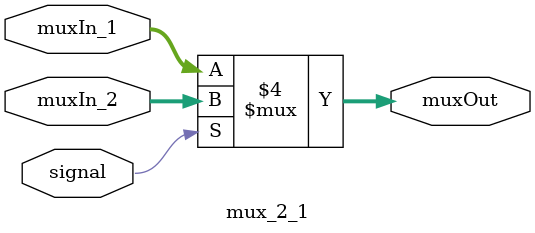
<source format=v>
module mux_2_1 (
    input [31:0] muxIn_1, 
    input [31:0] muxIn_2, 
    input signal, 
    output reg [31:0] muxOut
);
 
always @* begin
    if (!signal) begin
        muxOut = muxIn_1;
    end
    else begin
        muxOut = muxIn_2;
    end
end

endmodule

</source>
